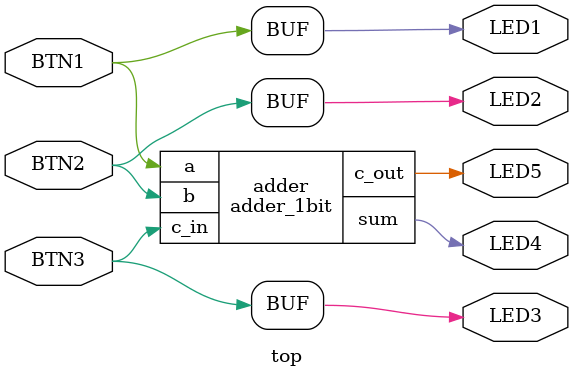
<source format=v>
/* 1 bit full adder */

module adder_1bit (
	output sum,
	output c_out,
	input a,
	input b,
	input c_in,
);

	assign sum = (a ^ b) ^ c_in;
	assign c_out = ((a ^ b) & c_in) ^ (a&b);

endmodule

module top (
	output LED1,
	output LED2,
	output LED3,
	output LED4,
	output LED5,

	input BTN1,
	input BTN2,
	input BTN3,
);

	assign LED1 = BTN1;
	assign LED2 = BTN2;
	assign LED3 = BTN3;

	adder_1bit adder(.sum(LED4), .c_out(LED5), .a(BTN1), .b(BTN2), .c_in(BTN3));

endmodule
</source>
